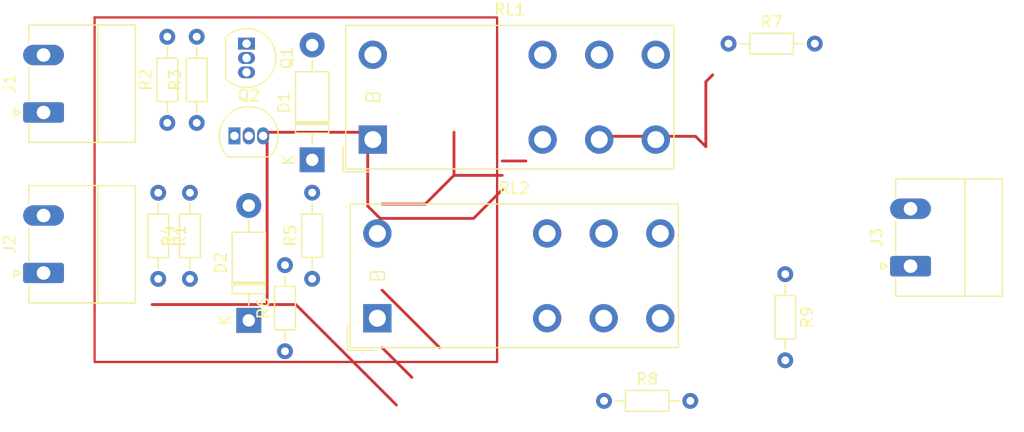
<source format=kicad_pcb>
(kicad_pcb (version 20211014) (generator pcbnew)
  (layers (0 "F.Cu" signal) (31 "B.Cu" signal) (34 "B.Paste" user) (35 "F.Paste" user) (36 "B.SilkS" user "B.Silkscreen") (37 "F.SilkS" user "F.Silkscreen") (38 "B.Mask" user) (39 "F.Mask" user) (44 "Edge.Cuts" user))
  (net 0 "")
  (net 1 "Net-(D1-Pad1)")
  (net 2 "Net-(R5-Pad1)")
  (net 3 "Net-(D2-Pad1)")
  (net 4 "Net-(D2-Pad2)")
  (net 5 "Net-(Q1-Pad2)")
  (net 6 "Net-(J1-Pad1)")
  (net 7 "Net-(Q2-Pad2)")
  (net 9 "Net-(J3-Pad1)")
  (net 10 "Net-(RL1-Pad4)")
  (net 15 "Net-(RL2-Pad4)")
  (net 19 "Earth")
  (net 20 "Net-(R3-Pad1)")
  (net 21 "Net-(J2-Pad2)")
  (net 22 "Net-(J3-Pad2)")
  (net 23 "GND")
  (footprint "Resistor_THT:R_Axial_DIN0204_L3.6mm_D1.6mm_P7.62mm_Horizontal" (layer "F.Cu") (at 62.79 64.4)
    (fp_text reference "R8" (at 3.81 -1.92) (layer "F.SilkS"))
    (fp_text value "3K9")
    (fp_line (start 0.94 0) (end 1.89 0) (layer "F.SilkS") (width 0.12))
    (fp_line (start 1.89 0.92) (end 5.73 0.92) (layer "F.SilkS") (width 0.12))
    (fp_line (start 1.89 -0.92) (end 1.89 0.92) (layer "F.SilkS") (width 0.12))
    (fp_line (start 6.68 0) (end 5.73 0) (layer "F.SilkS") (width 0.12))
    (fp_line (start 5.73 0.92) (end 5.73 -0.92) (layer "F.SilkS") (width 0.12))
    (fp_line (start 5.73 -0.92) (end 1.89 -0.92) (layer "F.SilkS") (width 0.12))
    (pad "1" thru_hole circle (at 0 0) (size 1.4 1.4) (drill 0.7) (layers *.Cu *.Mask) (net 10 "Net-(RL1-Pad4)"))
    (pad "2" thru_hole oval (at 7.62 0) (size 1.4 1.4) (drill 0.7) (layers *.Cu *.Mask) (net 15 "Net-(RL2-Pad4)"))
  )
  (footprint "Relay_THT:Relay_DPDT_Omron_G2RL" (layer "F.Cu") (at 42.7625 57.0875)
    (fp_text reference "RL2" (at 12.1 -11.5 180) (layer "F.SilkS"))
    (fp_text value "ML2RC2")
    (fp_line (start -0.6 -3.4) (end 0.6 -3.4) (layer "F.SilkS") (width 0.12))
    (fp_line (start -0.6 -4.1) (end -0.6 -3.4) (layer "F.SilkS") (width 0.12))
    (fp_line (start 0.6 -3.4) (end 0.6 -4.1) (layer "F.SilkS") (width 0.12))
    (fp_line (start 26.6 -10.1) (end -2.4 -10.1) (layer "F.SilkS") (width 0.12))
    (fp_line (start -2.4 2.6) (end 26.6 2.6) (layer "F.SilkS") (width 0.12))
    (fp_line (start -0.3 2.84) (end -2.64 2.84) (layer "F.SilkS") (width 0.12))
    (fp_line (start 26.6 2.6) (end 26.6 -10.1) (layer "F.SilkS") (width 0.12))
    (fp_line (start 0.2 -3.4) (end -0.2 -4.1) (layer "F.SilkS") (width 0.12))
    (fp_line (start -2.4 -10.1) (end -2.4 2.6) (layer "F.SilkS") (width 0.12))
    (fp_line (start 0.6 -4.1) (end -0.6 -4.1) (layer "F.SilkS") (width 0.12))
    (fp_line (start -2.64 2.84) (end -2.64 0.65) (layer "F.SilkS") (width 0.12))
    (pad "1" thru_hole rect (at 0 0 90) (size 2.5 2.5) (drill 1.5) (layers *.Cu *.Mask) (net 3 "Net-(D2-Pad1)"))
    (pad "2" thru_hole oval (at 15 0 90) (size 2.5 2.5) (drill 1.5) (layers *.Cu *.Mask))
    (pad "3" thru_hole oval (at 20 0 90) (size 2.5 2.5) (drill 1.5) (layers *.Cu *.Mask) (net 10 "Net-(RL1-Pad4)"))
    (pad "4" thru_hole oval (at 25 0 90) (size 2.5 2.5) (drill 1.5) (layers *.Cu *.Mask) (net 15 "Net-(RL2-Pad4)"))
    (pad "5" thru_hole oval (at 25 -7.5 90) (size 2.5 2.5) (drill 1.5) (layers *.Cu *.Mask))
    (pad "6" thru_hole oval (at 20 -7.5 90) (size 2.5 2.5) (drill 1.5) (layers *.Cu *.Mask))
    (pad "7" thru_hole oval (at 15 -7.5 90) (size 2.5 2.5) (drill 1.5) (layers *.Cu *.Mask))
    (pad "8" thru_hole oval (at 0 -7.5 90) (size 2.5 2.5) (drill 1.5) (layers *.Cu *.Mask) (net 4 "Net-(D2-Pad2)"))
  )
  (footprint "Package_TO_SOT_THT:TO-92_Inline" (layer "F.Cu") (at 31.2 32.8 -90)
    (fp_text reference "Q1" (at 1.27 -3.56 90) (layer "F.SilkS"))
    (fp_text value "2N3906")
    (fp_line (start -0.53 1.85) (end 3.07 1.85) (layer "F.SilkS") (width 0.12))
    (fp_arc (start -0.568478 1.838478) (mid -1.132087 -0.994977) (end 1.27 -2.6) (layer "F.SilkS") (width 0.12))
    (fp_arc (start 1.27 -2.6) (mid 3.672087 -0.994977) (end 3.108478 1.838478) (layer "F.SilkS") (width 0.12))
    (pad "1" thru_hole rect (at 0 0 270) (size 1.05 1.5) (drill 0.75) (layers *.Cu *.Mask) (net 1 "Net-(D1-Pad1)"))
    (pad "2" thru_hole oval (at 1.27 0 270) (size 1.05 1.5) (drill 0.75) (layers *.Cu *.Mask) (net 5 "Net-(Q1-Pad2)"))
    (pad "3" thru_hole oval (at 2.54 0 270) (size 1.05 1.5) (drill 0.75) (layers *.Cu *.Mask) (net 6 "Net-(J1-Pad1)"))
  )
  (footprint "Resistor_THT:R_Axial_DIN0204_L3.6mm_D1.6mm_P7.62mm_Horizontal" (layer "F.Cu") (at 37 53.6 90)
    (fp_text reference "R5" (at 3.81 -1.92 90) (layer "F.SilkS"))
    (fp_text value "200 Ohm")
    (fp_line (start 0.94 0) (end 1.89 0) (layer "F.SilkS") (width 0.12))
    (fp_line (start 5.73 -0.92) (end 1.89 -0.92) (layer "F.SilkS") (width 0.12))
    (fp_line (start 6.68 0) (end 5.73 0) (layer "F.SilkS") (width 0.12))
    (fp_line (start 1.89 0.92) (end 5.73 0.92) (layer "F.SilkS") (width 0.12))
    (fp_line (start 1.89 -0.92) (end 1.89 0.92) (layer "F.SilkS") (width 0.12))
    (fp_line (start 5.73 0.92) (end 5.73 -0.92) (layer "F.SilkS") (width 0.12))
    (pad "1" thru_hole circle (at 0 0 90) (size 1.4 1.4) (drill 0.7) (layers *.Cu *.Mask) (net 2 "Net-(R5-Pad1)"))
    (pad "2" thru_hole oval (at 7.62 0 90) (size 1.4 1.4) (drill 0.7) (layers *.Cu *.Mask) (net 23 "GND"))
  )
  (footprint "Resistor_THT:R_Axial_DIN0204_L3.6mm_D1.6mm_P7.62mm_Horizontal" (layer "F.Cu") (at 26.2 53.61 90)
    (fp_text reference "R4" (at 3.81 -1.92 90) (layer "F.SilkS"))
    (fp_text value "2K2")
    (fp_line (start 5.73 -0.92) (end 1.89 -0.92) (layer "F.SilkS") (width 0.12))
    (fp_line (start 0.94 0) (end 1.89 0) (layer "F.SilkS") (width 0.12))
    (fp_line (start 1.89 -0.92) (end 1.89 0.92) (layer "F.SilkS") (width 0.12))
    (fp_line (start 6.68 0) (end 5.73 0) (layer "F.SilkS") (width 0.12))
    (fp_line (start 5.73 0.92) (end 5.73 -0.92) (layer "F.SilkS") (width 0.12))
    (fp_line (start 1.89 0.92) (end 5.73 0.92) (layer "F.SilkS") (width 0.12))
    (pad "1" thru_hole circle (at 0 0 90) (size 1.4 1.4) (drill 0.7) (layers *.Cu *.Mask) (net 7 "Net-(Q2-Pad2)"))
    (pad "2" thru_hole oval (at 7.62 0 90) (size 1.4 1.4) (drill 0.7) (layers *.Cu *.Mask) (net 21 "Net-(J2-Pad2)"))
  )
  (footprint "Resistor_THT:R_Axial_DIN0204_L3.6mm_D1.6mm_P7.62mm_Horizontal" (layer "F.Cu") (at 26.8 39.81 90)
    (fp_text reference "R3" (at 3.81 -1.92 90) (layer "F.SilkS"))
    (fp_text value "2K2")
    (fp_line (start 6.68 0) (end 5.73 0) (layer "F.SilkS") (width 0.12))
    (fp_line (start 5.73 -0.92) (end 1.89 -0.92) (layer "F.SilkS") (width 0.12))
    (fp_line (start 1.89 -0.92) (end 1.89 0.92) (layer "F.SilkS") (width 0.12))
    (fp_line (start 1.89 0.92) (end 5.73 0.92) (layer "F.SilkS") (width 0.12))
    (fp_line (start 0.94 0) (end 1.89 0) (layer "F.SilkS") (width 0.12))
    (fp_line (start 5.73 0.92) (end 5.73 -0.92) (layer "F.SilkS") (width 0.12))
    (pad "1" thru_hole circle (at 0 0 90) (size 1.4 1.4) (drill 0.7) (layers *.Cu *.Mask) (net 20 "Net-(R3-Pad1)"))
    (pad "2" thru_hole oval (at 7.62 0 90) (size 1.4 1.4) (drill 0.7) (layers *.Cu *.Mask) (net 5 "Net-(Q1-Pad2)"))
  )
  (footprint "Relay_THT:Relay_DPDT_Omron_G2RL" (layer "F.Cu") (at 42.3625 41.2875)
    (fp_text reference "RL1" (at 12.1 -11.5 180) (layer "F.SilkS"))
    (fp_text value "ML2RC2")
    (fp_line (start -0.3 2.84) (end -2.64 2.84) (layer "F.SilkS") (width 0.12))
    (fp_line (start -2.4 -10.1) (end -2.4 2.6) (layer "F.SilkS") (width 0.12))
    (fp_line (start 26.6 -10.1) (end -2.4 -10.1) (layer "F.SilkS") (width 0.12))
    (fp_line (start -0.6 -3.4) (end 0.6 -3.4) (layer "F.SilkS") (width 0.12))
    (fp_line (start 0.6 -4.1) (end -0.6 -4.1) (layer "F.SilkS") (width 0.12))
    (fp_line (start -2.4 2.6) (end 26.6 2.6) (layer "F.SilkS") (width 0.12))
    (fp_line (start 26.6 2.6) (end 26.6 -10.1) (layer "F.SilkS") (width 0.12))
    (fp_line (start 0.2 -3.4) (end -0.2 -4.1) (layer "F.SilkS") (width 0.12))
    (fp_line (start -2.64 2.84) (end -2.64 0.65) (layer "F.SilkS") (width 0.12))
    (fp_line (start 0.6 -3.4) (end 0.6 -4.1) (layer "F.SilkS") (width 0.12))
    (fp_line (start -0.6 -4.1) (end -0.6 -3.4) (layer "F.SilkS") (width 0.12))
    (pad "1" thru_hole rect (at 0 0 90) (size 2.5 2.5) (drill 1.5) (layers *.Cu *.Mask) (net 1 "Net-(D1-Pad1)"))
    (pad "2" thru_hole oval (at 15 0 90) (size 2.5 2.5) (drill 1.5) (layers *.Cu *.Mask))
    (pad "3" thru_hole oval (at 20 0 90) (size 2.5 2.5) (drill 1.5) (layers *.Cu *.Mask) (net 9 "Net-(J3-Pad1)"))
    (pad "4" thru_hole oval (at 25 0 90) (size 2.5 2.5) (drill 1.5) (layers *.Cu *.Mask) (net 10 "Net-(RL1-Pad4)"))
    (pad "5" thru_hole oval (at 25 -7.5 90) (size 2.5 2.5) (drill 1.5) (layers *.Cu *.Mask))
    (pad "6" thru_hole oval (at 20 -7.5 90) (size 2.5 2.5) (drill 1.5) (layers *.Cu *.Mask))
    (pad "7" thru_hole oval (at 15 -7.5 90) (size 2.5 2.5) (drill 1.5) (layers *.Cu *.Mask))
    (pad "8" thru_hole oval (at 0 -7.5 90) (size 2.5 2.5) (drill 1.5) (layers *.Cu *.Mask) (net 2 "Net-(R5-Pad1)"))
  )
  (footprint "Resistor_THT:R_Axial_DIN0204_L3.6mm_D1.6mm_P7.62mm_Horizontal" (layer "F.Cu") (at 34.6 60.01 90)
    (fp_text reference "R6" (at 3.81 -1.92 90) (layer "F.SilkS"))
    (fp_text value "200 Ohm")
    (fp_line (start 5.73 -0.92) (end 1.89 -0.92) (layer "F.SilkS") (width 0.12))
    (fp_line (start 5.73 0.92) (end 5.73 -0.92) (layer "F.SilkS") (width 0.12))
    (fp_line (start 0.94 0) (end 1.89 0) (layer "F.SilkS") (width 0.12))
    (fp_line (start 6.68 0) (end 5.73 0) (layer "F.SilkS") (width 0.12))
    (fp_line (start 1.89 -0.92) (end 1.89 0.92) (layer "F.SilkS") (width 0.12))
    (fp_line (start 1.89 0.92) (end 5.73 0.92) (layer "F.SilkS") (width 0.12))
    (pad "1" thru_hole circle (at 0 0 90) (size 1.4 1.4) (drill 0.7) (layers *.Cu *.Mask) (net 4 "Net-(D2-Pad2)"))
    (pad "2" thru_hole oval (at 7.62 0 90) (size 1.4 1.4) (drill 0.7) (layers *.Cu *.Mask) (net 23 "GND"))
  )
  (footprint "Resistor_THT:R_Axial_DIN0204_L3.6mm_D1.6mm_P7.62mm_Horizontal" (layer "F.Cu") (at 78.8 53.19 -90)
    (fp_text reference "R9" (at 3.81 -1.92 90) (layer "F.SilkS"))
    (fp_text value "2K2")
    (fp_line (start 6.68 0) (end 5.73 0) (layer "F.SilkS") (width 0.12))
    (fp_line (start 5.73 0.92) (end 5.73 -0.92) (layer "F.SilkS") (width 0.12))
    (fp_line (start 1.89 0.92) (end 5.73 0.92) (layer "F.SilkS") (width 0.12))
    (fp_line (start 0.94 0) (end 1.89 0) (layer "F.SilkS") (width 0.12))
    (fp_line (start 5.73 -0.92) (end 1.89 -0.92) (layer "F.SilkS") (width 0.12))
    (fp_line (start 1.89 -0.92) (end 1.89 0.92) (layer "F.SilkS") (width 0.12))
    (pad "1" thru_hole circle (at 0 0 270) (size 1.4 1.4) (drill 0.7) (layers *.Cu *.Mask) (net 22 "Net-(J3-Pad2)"))
    (pad "2" thru_hole oval (at 7.62 0 270) (size 1.4 1.4) (drill 0.7) (layers *.Cu *.Mask) (net 15 "Net-(RL2-Pad4)"))
  )
  (footprint "Connector_Phoenix_MC_HighVoltage:PhoenixContact_MC_1,5_2-G-5.08_1x02_P5.08mm_Horizontal" (layer "F.Cu") (at 89.8675 52.485 90)
    (fp_text reference "J3" (at 2.54 -3 90) (layer "F.SilkS"))
    (fp_text value "Terminal_Alarme")
    (fp_line (start 0 -2) (end -0.3 -2.6) (layer "F.SilkS") (width 0.12))
    (fp_line (start 7.73 -1.31) (end 6.13 -1.31) (layer "F.SilkS") (width 0.12))
    (fp_line (start -2.65 8.11) (end 7.73 8.11) (layer "F.SilkS") (width 0.12))
    (fp_line (start -2.65 -1.31) (end -2.65 8.11) (layer "F.SilkS") (width 0.12))
    (fp_line (start 0.3 -2.6) (end 0 -2) (layer "F.SilkS") (width 0.12))
    (fp_line (start -0.3 -2.6) (end 0.3 -2.6) (layer "F.SilkS") (width 0.12))
    (fp_line (start -2.65 4.8) (end 7.73 4.8) (layer "F.SilkS") (width 0.12))
    (fp_line (start 1.05 -1.31) (end 4.03 -1.31) (layer "F.SilkS") (width 0.12))
    (fp_line (start -2.65 -1.31) (end -1.05 -1.31) (layer "F.SilkS") (width 0.12))
    (fp_line (start 7.73 8.11) (end 7.73 -1.31) (layer "F.SilkS") (width 0.12))
    (pad "1" thru_hole roundrect (at 0 0 90) (size 1.8 3.6) (drill 1.2) (layers *.Cu *.Mask) (roundrect_rratio 0.138889) (net 9 "Net-(J3-Pad1)"))
    (pad "2" thru_hole oval (at 5.08 0 90) (size 1.8 3.6) (drill 1.2) (layers *.Cu *.Mask) (net 22 "Net-(J3-Pad2)"))
  )
  (footprint "Package_TO_SOT_THT:TO-92_Inline" (layer "F.Cu") (at 30.13 40.96)
    (fp_text reference "Q2" (at 1.27 -3.56) (layer "F.SilkS"))
    (fp_text value "2N3906")
    (fp_line (start -0.53 1.85) (end 3.07 1.85) (layer "F.SilkS") (width 0.12))
    (fp_arc (start -0.568478 1.838478) (mid -1.132087 -0.994977) (end 1.27 -2.6) (layer "F.SilkS") (width 0.12))
    (fp_arc (start 1.27 -2.6) (mid 3.672087 -0.994977) (end 3.108478 1.838478) (layer "F.SilkS") (width 0.12))
    (pad "1" thru_hole rect (at 0 0) (size 1.05 1.5) (drill 0.75) (layers *.Cu *.Mask) (net 3 "Net-(D2-Pad1)"))
    (pad "2" thru_hole oval (at 1.27 0) (size 1.05 1.5) (drill 0.75) (layers *.Cu *.Mask) (net 7 "Net-(Q2-Pad2)"))
    (pad "3" thru_hole oval (at 2.54 0) (size 1.05 1.5) (drill 0.75) (layers *.Cu *.Mask) (net 6 "Net-(J1-Pad1)"))
  )
  (footprint "Diode_THT:D_DO-41_SOD81_P10.16mm_Horizontal" (layer "F.Cu") (at 37 43.08 90)
    (fp_text reference "D1" (at 5.08 -2.47 90) (layer "F.SilkS"))
    (fp_text value "1N4007")
    (fp_text user "K" (at 0 -2.1 90) (layer "F.SilkS"))
    (fp_line (start 7.8 1.47) (end 7.8 -1.47) (layer "F.SilkS") (width 0.12))
    (fp_line (start 3.14 -1.47) (end 3.14 1.47) (layer "F.SilkS") (width 0.12))
    (fp_line (start 3.38 -1.47) (end 3.38 1.47) (layer "F.SilkS") (width 0.12))
    (fp_line (start 7.8 -1.47) (end 2.36 -1.47) (layer "F.SilkS") (width 0.12))
    (fp_line (start 1.34 0) (end 2.36 0) (layer "F.SilkS") (width 0.12))
    (fp_line (start 2.36 -1.47) (end 2.36 1.47) (layer "F.SilkS") (width 0.12))
    (fp_line (start 8.82 0) (end 7.8 0) (layer "F.SilkS") (width 0.12))
    (fp_line (start 2.36 1.47) (end 7.8 1.47) (layer "F.SilkS") (width 0.12))
    (fp_line (start 3.26 -1.47) (end 3.26 1.47) (layer "F.SilkS") (width 0.12))
    (pad "1" thru_hole rect (at 0 0 90) (size 2.2 2.2) (drill 1.1) (layers *.Cu *.Mask) (net 1 "Net-(D1-Pad1)"))
    (pad "2" thru_hole oval (at 10.16 0 90) (size 2.2 2.2) (drill 1.1) (layers *.Cu *.Mask) (net 2 "Net-(R5-Pad1)"))
  )
  (footprint "Resistor_THT:R_Axial_DIN0204_L3.6mm_D1.6mm_P7.62mm_Horizontal" (layer "F.Cu") (at 24.2 39.81 90)
    (fp_text reference "R2" (at 3.81 -1.92 90) (layer "F.SilkS"))
    (fp_text value "22 K")
    (fp_line (start 1.89 -0.92) (end 1.89 0.92) (layer "F.SilkS") (width 0.12))
    (fp_line (start 1.89 0.92) (end 5.73 0.92) (layer "F.SilkS") (width 0.12))
    (fp_line (start 6.68 0) (end 5.73 0) (layer "F.SilkS") (width 0.12))
    (fp_line (start 0.94 0) (end 1.89 0) (layer "F.SilkS") (width 0.12))
    (fp_line (start 5.73 0.92) (end 5.73 -0.92) (layer "F.SilkS") (width 0.12))
    (fp_line (start 5.73 -0.92) (end 1.89 -0.92) (layer "F.SilkS") (width 0.12))
    (pad "1" thru_hole circle (at 0 0 90) (size 1.4 1.4) (drill 0.7) (layers *.Cu *.Mask) (net 6 "Net-(J1-Pad1)"))
    (pad "2" thru_hole oval (at 7.62 0 90) (size 1.4 1.4) (drill 0.7) (layers *.Cu *.Mask) (net 5 "Net-(Q1-Pad2)"))
  )
  (footprint "Connector_Phoenix_MC_HighVoltage:PhoenixContact_MC_1,5_2-G-5.08_1x02_P5.08mm_Horizontal" (layer "F.Cu") (at 13.2675 53.085 90)
    (fp_text reference "J2" (at 2.54 -3 90) (layer "F.SilkS"))
    (fp_text value "Terminal_Cerca")
    (fp_line (start -2.65 -1.31) (end -1.05 -1.31) (layer "F.SilkS") (width 0.12))
    (fp_line (start 0 -2) (end -0.3 -2.6) (layer "F.SilkS") (width 0.12))
    (fp_line (start -2.65 4.8) (end 7.73 4.8) (layer "F.SilkS") (width 0.12))
    (fp_line (start -0.3 -2.6) (end 0.3 -2.6) (layer "F.SilkS") (width 0.12))
    (fp_line (start -2.65 -1.31) (end -2.65 8.11) (layer "F.SilkS") (width 0.12))
    (fp_line (start 0.3 -2.6) (end 0 -2) (layer "F.SilkS") (width 0.12))
    (fp_line (start 7.73 -1.31) (end 6.13 -1.31) (layer "F.SilkS") (width 0.12))
    (fp_line (start -2.65 8.11) (end 7.73 8.11) (layer "F.SilkS") (width 0.12))
    (fp_line (start 7.73 8.11) (end 7.73 -1.31) (layer "F.SilkS") (width 0.12))
    (fp_line (start 1.05 -1.31) (end 4.03 -1.31) (layer "F.SilkS") (width 0.12))
    (pad "1" thru_hole roundrect (at 0 0 90) (size 1.8 3.6) (drill 1.2) (layers *.Cu *.Mask) (roundrect_rratio 0.138889) (net 20 "Net-(R3-Pad1)"))
    (pad "2" thru_hole oval (at 5.08 0 90) (size 1.8 3.6) (drill 1.2) (layers *.Cu *.Mask) (net 21 "Net-(J2-Pad2)"))
  )
  (footprint "Resistor_THT:R_Axial_DIN0204_L3.6mm_D1.6mm_P7.62mm_Horizontal" (layer "F.Cu") (at 23.4 45.99 -90)
    (fp_text reference "R1" (at 3.81 -1.92 90) (layer "F.SilkS"))
    (fp_text value "22 K")
    (fp_line (start 5.73 0.92) (end 5.73 -0.92) (layer "F.SilkS") (width 0.12))
    (fp_line (start 5.73 -0.92) (end 1.89 -0.92) (layer "F.SilkS") (width 0.12))
    (fp_line (start 1.89 -0.92) (end 1.89 0.92) (layer "F.SilkS") (width 0.12))
    (fp_line (start 6.68 0) (end 5.73 0) (layer "F.SilkS") (width 0.12))
    (fp_line (start 0.94 0) (end 1.89 0) (layer "F.SilkS") (width 0.12))
    (fp_line (start 1.89 0.92) (end 5.73 0.92) (layer "F.SilkS") (width 0.12))
    (pad "1" thru_hole circle (at 0 0 270) (size 1.4 1.4) (drill 0.7) (layers *.Cu *.Mask) (net 6 "Net-(J1-Pad1)"))
    (pad "2" thru_hole oval (at 7.62 0 270) (size 1.4 1.4) (drill 0.7) (layers *.Cu *.Mask) (net 7 "Net-(Q2-Pad2)"))
  )
  (footprint "Connector_Phoenix_MC_HighVoltage:PhoenixContact_MC_1,5_2-G-5.08_1x02_P5.08mm_Horizontal" (layer "F.Cu") (at 13.2675 38.885 90)
    (fp_text reference "J1" (at 2.54 -3 90) (layer "F.SilkS"))
    (fp_text value "Terminal_Fonte")
    (fp_line (start 0 -2) (end -0.3 -2.6) (layer "F.SilkS") (width 0.12))
    (fp_line (start 0.3 -2.6) (end 0 -2) (layer "F.SilkS") (width 0.12))
    (fp_line (start -2.65 4.8) (end 7.73 4.8) (layer "F.SilkS") (width 0.12))
    (fp_line (start -2.65 8.11) (end 7.73 8.11) (layer "F.SilkS") (width 0.12))
    (fp_line (start -0.3 -2.6) (end 0.3 -2.6) (layer "F.SilkS") (width 0.12))
    (fp_line (start 7.73 -1.31) (end 6.13 -1.31) (layer "F.SilkS") (width 0.12))
    (fp_line (start -2.65 -1.31) (end -1.05 -1.31) (layer "F.SilkS") (width 0.12))
    (fp_line (start 1.05 -1.31) (end 4.03 -1.31) (layer "F.SilkS") (width 0.12))
    (fp_line (start -2.65 -1.31) (end -2.65 8.11) (layer "F.SilkS") (width 0.12))
    (fp_line (start 7.73 8.11) (end 7.73 -1.31) (layer "F.SilkS") (width 0.12))
    (pad "1" thru_hole roundrect (at 0 0 90) (size 1.8 3.6) (drill 1.2) (layers *.Cu *.Mask) (roundrect_rratio 0.138889) (net 6 "Net-(J1-Pad1)"))
    (pad "2" thru_hole oval (at 5.08 0 90) (size 1.8 3.6) (drill 1.2) (layers *.Cu *.Mask) (net 19 "Earth"))
  )
  (footprint "Diode_THT:D_DO-41_SOD81_P10.16mm_Horizontal" (layer "F.Cu") (at 31.4 57.28 90)
    (fp_text reference "D2" (at 5.08 -2.47 90) (layer "F.SilkS"))
    (fp_text value "1N4007")
    (fp_text user "K" (at 0 -2.1 90) (layer "F.SilkS"))
    (fp_line (start 3.38 -1.47) (end 3.38 1.47) (layer "F.SilkS") (width 0.12))
    (fp_line (start 2.36 -1.47) (end 2.36 1.47) (layer "F.SilkS") (width 0.12))
    (fp_line (start 3.14 -1.47) (end 3.14 1.47) (layer "F.SilkS") (width 0.12))
    (fp_line (start 7.8 -1.47) (end 2.36 -1.47) (layer "F.SilkS") (width 0.12))
    (fp_line (start 2.36 1.47) (end 7.8 1.47) (layer "F.SilkS") (width 0.12))
    (fp_line (start 7.8 1.47) (end 7.8 -1.47) (layer "F.SilkS") (width 0.12))
    (fp_line (start 3.26 -1.47) (end 3.26 1.47) (layer "F.SilkS") (width 0.12))
    (fp_line (start 1.34 0) (end 2.36 0) (layer "F.SilkS") (width 0.12))
    (fp_line (start 8.82 0) (end 7.8 0) (layer "F.SilkS") (width 0.12))
    (pad "1" thru_hole rect (at 0 0 90) (size 2.2 2.2) (drill 1.1) (layers *.Cu *.Mask) (net 3 "Net-(D2-Pad1)"))
    (pad "2" thru_hole oval (at 10.16 0 90) (size 2.2 2.2) (drill 1.1) (layers *.Cu *.Mask) (net 4 "Net-(D2-Pad2)"))
  )
  (footprint "Resistor_THT:R_Axial_DIN0204_L3.6mm_D1.6mm_P7.62mm_Horizontal" (layer "F.Cu") (at 73.79 32.8)
    (fp_text reference "R7" (at 3.81 -1.92) (layer "F.SilkS"))
    (fp_text value "2K2")
    (fp_line (start 6.68 0) (end 5.73 0) (layer "F.SilkS") (width 0.12))
    (fp_line (start 5.73 -0.92) (end 1.89 -0.92) (layer "F.SilkS") (width 0.12))
    (fp_line (start 5.73 0.92) (end 5.73 -0.92) (layer "F.SilkS") (width 0.12))
    (fp_line (start 1.89 0.92) (end 5.73 0.92) (layer "F.SilkS") (width 0.12))
    (fp_line (start 0.94 0) (end 1.89 0) (layer "F.SilkS") (width 0.12))
    (fp_line (start 1.89 -0.92) (end 1.89 0.92) (layer "F.SilkS") (width 0.12))
    (pad "1" thru_hole circle (at 0 0) (size 1.4 1.4) (drill 0.7) (layers *.Cu *.Mask) (net 9 "Net-(J3-Pad1)"))
    (pad "2" thru_hole oval (at 7.62 0) (size 1.4 1.4) (drill 0.7) (layers *.Cu *.Mask) (net 10 "Net-(RL1-Pad4)"))
  )
  (gr_rect (start 17.78 30.48) (end 53.34 60.96) (layer "F.Cu") (width 0.2) (fill none))
  (segment (start 53.8 43.18) (end 55.88 43.18) (width 0.25) (layer "F.Cu") (net 1))
  (segment (start 71.7825 41.9075) (end 71.7825 36.1675) (width 0.25) (layer "F.Cu") (net 2))
  (segment (start 70.8725 40.9975) (end 71.7825 41.9075) (width 0.25) (layer "F.Cu") (net 2))
  (segment (start 71.7825 36.1675) (end 72.39 35.56) (width 0.25) (layer "F.Cu") (net 2))
  (segment (start 62.8275 40.9975) (end 70.8725 40.9975) (width 0.25) (layer "F.Cu") (net 2))
  (segment (start 33.02 55.88) (end 35.56 55.88) (width 0.25) (layer "F.Cu") (net 6))
  (segment (start 33.02 40.64) (end 41.91 40.64) (width 0.25) (layer "F.Cu") (net 6))
  (segment (start 41.91 47.169569) (end 43.000431 48.26) (width 0.25) (layer "F.Cu") (net 6))
  (segment (start 43.000431 48.26) (end 51.26 48.26) (width 0.25) (layer "F.Cu") (net 6))
  (segment (start 51.26 48.26) (end 53.8 45.72) (width 0.25) (layer "F.Cu") (net 6))
  (segment (start 33.02 55.88) (end 33.02 40.64) (width 0.25) (layer "F.Cu") (net 6))
  (segment (start 22.86 55.88) (end 33.02 55.88) (width 0.25) (layer "F.Cu") (net 6))
  (segment (start 41.91 40.64) (end 41.91 47.169569) (width 0.25) (layer "F.Cu") (net 6))
  (segment (start 35.56 55.88) (end 44.45 64.77) (width 0.25) (layer "F.Cu") (net 6))
  (segment (start 89.8125 52.54) (end 89.8675 52.485) (width 0.25) (layer "F.Cu") (net 9))
  (segment (start 78.6775 60.6875) (end 78.8 60.81) (width 0.25) (layer "F.Cu") (net 15))
  (segment (start 43.18 54.61) (end 48.26 59.69) (width 0.25) (layer "F.Cu") (net 20))
  (segment (start 45.812179 62.322179) (end 43.18 59.69) (width 0.25) (layer "F.Cu") (net 20))
  (segment (start 46.99 46.99) (end 48.26 45.72) (width 0.25) (layer "F.Cu") (net 23))
  (segment (start 49.53 44.45) (end 53.8 44.45) (width 0.25) (layer "F.Cu") (net 23))
  (segment (start 49.53 44.45) (end 49.53 40.64) (width 0.25) (layer "F.Cu") (net 23))
  (segment (start 48.26 45.72) (end 49.53 44.45) (width 0.25) (layer "F.Cu") (net 23))
  (segment (start 43.18 46.99) (end 46.99 46.99) (width 0.25) (layer "F.Cu") (net 23))
)
</source>
